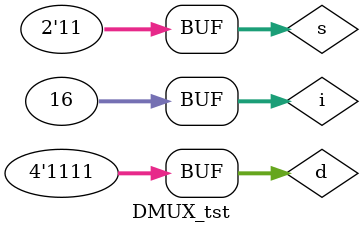
<source format=v>
`timescale 1ns / 1ps


module DMUX_tst(    );
    reg [3:0] d;    // declare a regfile
    wire [3:0] d0, d1,d2,d3;
    reg [1:0] s;
    integer i;
    DMUX1to4 dmux1to4_inst(.d(d), .s(s), .d1(d1), .d2(d2), .d3(d3));
initial
    begin
        s = 2'b00;
        for (i=0; i<=15; i=i+1) begin d=i; #5; end
        s = 2'b01;
        for (i=0; i<=15; i=i+1) begin d=i; #5; end
        s = 2'b10;
        for (i=0; i<=15; i=i+1) begin d=i; #5; end
        s = 2'b11;
        for (i=0; i<=15; i=i+1) begin d=i; #5; end
        #20;
    end
endmodule

</source>
